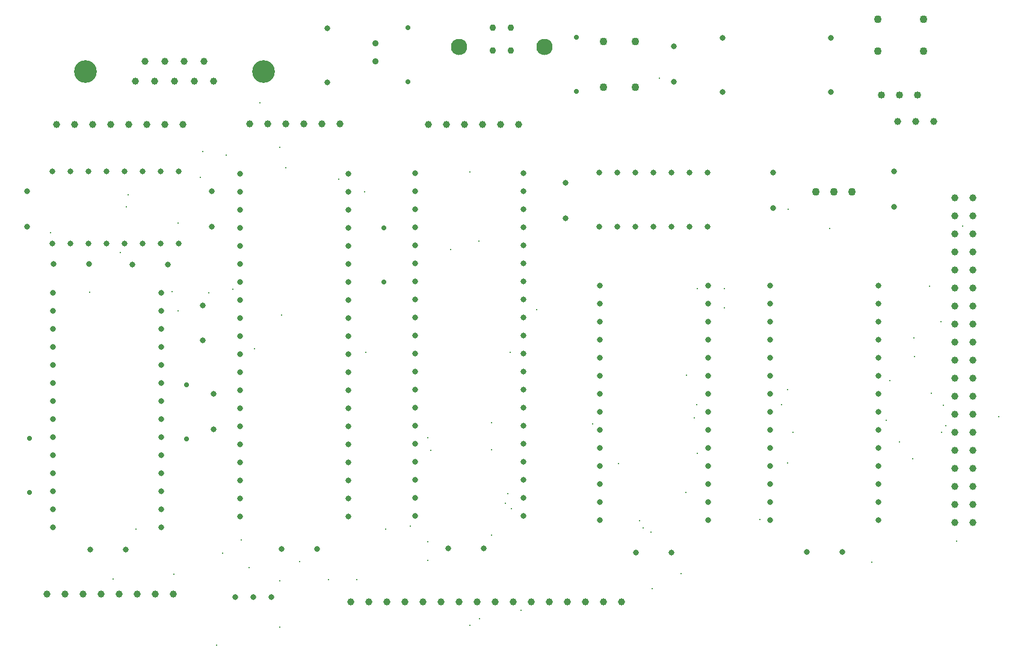
<source format=gbr>
%TF.GenerationSoftware,KiCad,Pcbnew,9.0.2*%
%TF.CreationDate,2025-06-30T00:07:02+01:00*%
%TF.ProjectId,6502pc,36353032-7063-42e6-9b69-6361645f7063,rev?*%
%TF.SameCoordinates,Original*%
%TF.FileFunction,Plated,1,2,PTH,Drill*%
%TF.FilePolarity,Positive*%
%FSLAX46Y46*%
G04 Gerber Fmt 4.6, Leading zero omitted, Abs format (unit mm)*
G04 Created by KiCad (PCBNEW 9.0.2) date 2025-06-30 00:07:02*
%MOMM*%
%LPD*%
G01*
G04 APERTURE LIST*
%TA.AperFunction,ViaDrill*%
%ADD10C,0.300000*%
%TD*%
%TA.AperFunction,ComponentDrill*%
%ADD11C,0.700000*%
%TD*%
%TA.AperFunction,ComponentDrill*%
%ADD12C,0.800000*%
%TD*%
%TA.AperFunction,ComponentDrill*%
%ADD13C,0.900000*%
%TD*%
%TA.AperFunction,ComponentDrill*%
%ADD14C,0.920000*%
%TD*%
%TA.AperFunction,ComponentDrill*%
%ADD15C,1.000000*%
%TD*%
%TA.AperFunction,ComponentDrill*%
%ADD16C,1.016000*%
%TD*%
%TA.AperFunction,ComponentDrill*%
%ADD17C,1.100000*%
%TD*%
%TA.AperFunction,ComponentDrill*%
%ADD18C,2.300000*%
%TD*%
%TA.AperFunction,ComponentDrill*%
%ADD19C,3.200000*%
%TD*%
G04 APERTURE END LIST*
D10*
X26095300Y-64170900D03*
X31586100Y-72612500D03*
X34914800Y-112928600D03*
X35868600Y-66962300D03*
X36728400Y-60553600D03*
X37033200Y-58826400D03*
X38150800Y-105968800D03*
X43199000Y-72514300D03*
X43487700Y-112262400D03*
X44059500Y-62824000D03*
X44070400Y-75181100D03*
X47193200Y-56438800D03*
X47468000Y-52745000D03*
X48365300Y-72637200D03*
X49438500Y-122281400D03*
X50342800Y-109321600D03*
X50850800Y-53238400D03*
X51747300Y-72121800D03*
X52933600Y-107442000D03*
X54045800Y-111345800D03*
X54798900Y-80526900D03*
X55542400Y-45881400D03*
X58363500Y-113199600D03*
X58364700Y-52162200D03*
X58364700Y-119724200D03*
X58592100Y-75810600D03*
X59158600Y-55082300D03*
X61163200Y-110540800D03*
X65176400Y-113080800D03*
X66627400Y-56637000D03*
X69189600Y-113030000D03*
X70266300Y-58412900D03*
X70423400Y-81084900D03*
X73241700Y-105931300D03*
X76682600Y-105550600D03*
X79171900Y-93081700D03*
X79192500Y-107704500D03*
X79192500Y-110335800D03*
X79633000Y-94888500D03*
X82369200Y-66567800D03*
X85143300Y-55682900D03*
X85143300Y-119463400D03*
X86410800Y-65379600D03*
X86421900Y-118527900D03*
X88118700Y-90981900D03*
X88118700Y-94749700D03*
X88118700Y-106819900D03*
X90088200Y-102288800D03*
X90445600Y-100987300D03*
X90800900Y-81039300D03*
X90941200Y-103104800D03*
X92266900Y-117404600D03*
X94482800Y-75061300D03*
X102403200Y-91128300D03*
X106050800Y-96726600D03*
X108946500Y-104751200D03*
X109481800Y-105776800D03*
X110584700Y-106332000D03*
X110794800Y-114300000D03*
X111738500Y-42411100D03*
X114858800Y-112166400D03*
X115486100Y-100743500D03*
X115563800Y-84308100D03*
X116655600Y-90285400D03*
X117026100Y-88401200D03*
X117126900Y-72079600D03*
X117126900Y-95253100D03*
X120902300Y-72079600D03*
X120902300Y-74810400D03*
X125933400Y-104582500D03*
X128980500Y-88406500D03*
X129774300Y-86289500D03*
X129841700Y-96665900D03*
X129912000Y-60925700D03*
X130568200Y-92311000D03*
X135725100Y-63573600D03*
X141675900Y-110594600D03*
X143666100Y-90645600D03*
X144212100Y-85012900D03*
X145526400Y-93689500D03*
X147385500Y-96054500D03*
X147626700Y-79038600D03*
X147708600Y-81671200D03*
X149775800Y-71751100D03*
X150076200Y-86822500D03*
X151414900Y-76767200D03*
X151477000Y-92274400D03*
X151749000Y-88473600D03*
X152060500Y-91369000D03*
X153577500Y-107672900D03*
X154448500Y-63280300D03*
X159528300Y-90144300D03*
D11*
%TO.C,D2*%
X23164800Y-93167200D03*
X23164800Y-100787200D03*
%TO.C,R2*%
X45212000Y-85598000D03*
X45212000Y-93218000D03*
%TO.C,D1*%
X72999600Y-63550800D03*
X72999600Y-71170800D03*
%TO.C,R3*%
X76403200Y-35306000D03*
X76403200Y-42926000D03*
%TO.C,R1*%
X100086800Y-36678000D03*
X100086800Y-44298000D03*
D12*
%TO.C,C4*%
X22809200Y-58358400D03*
X22809200Y-63358400D03*
%TO.C,U5*%
X26365200Y-55524400D03*
X26365200Y-65684400D03*
%TO.C,U4*%
X26466800Y-72644000D03*
X26466800Y-75184000D03*
X26466800Y-77724000D03*
X26466800Y-80264000D03*
X26466800Y-82804000D03*
X26466800Y-85344000D03*
X26466800Y-87884000D03*
X26466800Y-90424000D03*
X26466800Y-92964000D03*
X26466800Y-95504000D03*
X26466800Y-98044000D03*
X26466800Y-100584000D03*
X26466800Y-103124000D03*
X26466800Y-105664000D03*
%TO.C,C5*%
X26506800Y-68580000D03*
%TO.C,U5*%
X28905200Y-55524400D03*
X28905200Y-65684400D03*
X31445200Y-55524400D03*
X31445200Y-65684400D03*
%TO.C,C5*%
X31506800Y-68580000D03*
%TO.C,C11*%
X31637600Y-108813600D03*
%TO.C,U5*%
X33985200Y-55524400D03*
X33985200Y-65684400D03*
X36525200Y-55524400D03*
X36525200Y-65684400D03*
%TO.C,C11*%
X36637600Y-108813600D03*
%TO.C,C6*%
X37632000Y-68681600D03*
%TO.C,U5*%
X39065200Y-55524400D03*
X39065200Y-65684400D03*
X41605200Y-55524400D03*
X41605200Y-65684400D03*
%TO.C,U4*%
X41706800Y-72644000D03*
X41706800Y-75184000D03*
X41706800Y-77724000D03*
X41706800Y-80264000D03*
X41706800Y-82804000D03*
X41706800Y-85344000D03*
X41706800Y-87884000D03*
X41706800Y-90424000D03*
X41706800Y-92964000D03*
X41706800Y-95504000D03*
X41706800Y-98044000D03*
X41706800Y-100584000D03*
X41706800Y-103124000D03*
X41706800Y-105664000D03*
%TO.C,C6*%
X42632000Y-68681600D03*
%TO.C,U5*%
X44145200Y-55524400D03*
X44145200Y-65684400D03*
%TO.C,Y1*%
X47548800Y-74472800D03*
X47548800Y-79372800D03*
%TO.C,C3*%
X48768000Y-58358400D03*
X48768000Y-63358400D03*
%TO.C,C2*%
X49072800Y-86868000D03*
X49072800Y-91868000D03*
%TO.C,RV1*%
X52070000Y-115468400D03*
%TO.C,U7*%
X52730400Y-55930800D03*
X52730400Y-58470800D03*
X52730400Y-61010800D03*
X52730400Y-63550800D03*
X52730400Y-66090800D03*
X52730400Y-68630800D03*
X52730400Y-71170800D03*
X52730400Y-73710800D03*
X52730400Y-76250800D03*
X52730400Y-78790800D03*
X52730400Y-81330800D03*
X52730400Y-83870800D03*
X52730400Y-86410800D03*
X52730400Y-88950800D03*
X52730400Y-91490800D03*
X52730400Y-94030800D03*
X52730400Y-96570800D03*
X52730400Y-99110800D03*
X52730400Y-101650800D03*
X52730400Y-104190800D03*
%TO.C,RV1*%
X54610000Y-115468400D03*
X57150000Y-115468400D03*
%TO.C,C10*%
X58561600Y-108712000D03*
X63561600Y-108712000D03*
%TO.C,SW2*%
X65062300Y-35450100D03*
X65062300Y-43070100D03*
%TO.C,U7*%
X67970400Y-55930800D03*
X67970400Y-58470800D03*
X67970400Y-61010800D03*
X67970400Y-63550800D03*
X67970400Y-66090800D03*
X67970400Y-68630800D03*
X67970400Y-71170800D03*
X67970400Y-73710800D03*
X67970400Y-76250800D03*
X67970400Y-78790800D03*
X67970400Y-81330800D03*
X67970400Y-83870800D03*
X67970400Y-86410800D03*
X67970400Y-88950800D03*
X67970400Y-91490800D03*
X67970400Y-94030800D03*
X67970400Y-96570800D03*
X67970400Y-99110800D03*
X67970400Y-101650800D03*
X67970400Y-104190800D03*
%TO.C,U1*%
X77368400Y-55829200D03*
X77368400Y-58369200D03*
X77368400Y-60909200D03*
X77368400Y-63449200D03*
X77368400Y-65989200D03*
X77368400Y-68529200D03*
X77368400Y-71069200D03*
X77368400Y-73609200D03*
X77368400Y-76149200D03*
X77368400Y-78689200D03*
X77368400Y-81229200D03*
X77368400Y-83769200D03*
X77368400Y-86309200D03*
X77368400Y-88849200D03*
X77368400Y-91389200D03*
X77368400Y-93929200D03*
X77368400Y-96469200D03*
X77368400Y-99009200D03*
X77368400Y-101549200D03*
X77368400Y-104089200D03*
%TO.C,C9*%
X82031200Y-108610400D03*
X87031200Y-108610400D03*
%TO.C,U1*%
X92608400Y-55829200D03*
X92608400Y-58369200D03*
X92608400Y-60909200D03*
X92608400Y-63449200D03*
X92608400Y-65989200D03*
X92608400Y-68529200D03*
X92608400Y-71069200D03*
X92608400Y-73609200D03*
X92608400Y-76149200D03*
X92608400Y-78689200D03*
X92608400Y-81229200D03*
X92608400Y-83769200D03*
X92608400Y-86309200D03*
X92608400Y-88849200D03*
X92608400Y-91389200D03*
X92608400Y-93929200D03*
X92608400Y-96469200D03*
X92608400Y-99009200D03*
X92608400Y-101549200D03*
X92608400Y-104089200D03*
%TO.C,C12*%
X98602800Y-57190000D03*
X98602800Y-62190000D03*
%TO.C,U6*%
X103327200Y-55727600D03*
X103327200Y-63347600D03*
%TO.C,U2*%
X103428800Y-71678800D03*
X103428800Y-74218800D03*
X103428800Y-76758800D03*
X103428800Y-79298800D03*
X103428800Y-81838800D03*
X103428800Y-84378800D03*
X103428800Y-86918800D03*
X103428800Y-89458800D03*
X103428800Y-91998800D03*
X103428800Y-94538800D03*
X103428800Y-97078800D03*
X103428800Y-99618800D03*
X103428800Y-102158800D03*
X103428800Y-104698800D03*
%TO.C,U6*%
X105867200Y-55727600D03*
X105867200Y-63347600D03*
X108407200Y-55727600D03*
X108407200Y-63347600D03*
%TO.C,C8*%
X108447200Y-109220000D03*
%TO.C,U6*%
X110947200Y-55727600D03*
X110947200Y-63347600D03*
%TO.C,C8*%
X113447200Y-109220000D03*
%TO.C,U6*%
X113487200Y-55727600D03*
X113487200Y-63347600D03*
%TO.C,C1*%
X113842800Y-37987600D03*
X113842800Y-42987600D03*
%TO.C,U6*%
X116027200Y-55727600D03*
X116027200Y-63347600D03*
X118567200Y-55727600D03*
X118567200Y-63347600D03*
%TO.C,U2*%
X118668800Y-71678800D03*
X118668800Y-74218800D03*
X118668800Y-76758800D03*
X118668800Y-79298800D03*
X118668800Y-81838800D03*
X118668800Y-84378800D03*
X118668800Y-86918800D03*
X118668800Y-89458800D03*
X118668800Y-91998800D03*
X118668800Y-94538800D03*
X118668800Y-97078800D03*
X118668800Y-99618800D03*
X118668800Y-102158800D03*
X118668800Y-104698800D03*
%TO.C,X1*%
X120700800Y-36779200D03*
X120700800Y-44399200D03*
%TO.C,U3*%
X127355600Y-71678800D03*
X127355600Y-74218800D03*
X127355600Y-76758800D03*
X127355600Y-79298800D03*
X127355600Y-81838800D03*
X127355600Y-84378800D03*
X127355600Y-86918800D03*
X127355600Y-89458800D03*
X127355600Y-91998800D03*
X127355600Y-94538800D03*
X127355600Y-97078800D03*
X127355600Y-99618800D03*
X127355600Y-102158800D03*
X127355600Y-104698800D03*
%TO.C,C13*%
X127762000Y-55716800D03*
X127762000Y-60716800D03*
%TO.C,C7*%
X132475600Y-109169200D03*
%TO.C,X1*%
X135940800Y-36779200D03*
X135940800Y-44399200D03*
%TO.C,C7*%
X137475600Y-109169200D03*
%TO.C,U3*%
X142595600Y-71678800D03*
X142595600Y-74218800D03*
X142595600Y-76758800D03*
X142595600Y-79298800D03*
X142595600Y-81838800D03*
X142595600Y-84378800D03*
X142595600Y-86918800D03*
X142595600Y-89458800D03*
X142595600Y-91998800D03*
X142595600Y-94538800D03*
X142595600Y-97078800D03*
X142595600Y-99618800D03*
X142595600Y-102158800D03*
X142595600Y-104698800D03*
%TO.C,C14*%
X144830800Y-55564400D03*
X144830800Y-60564400D03*
D13*
%TO.C,D3*%
X71780400Y-37490400D03*
X71780400Y-40030400D03*
D14*
%TO.C,J2*%
X88341200Y-35357200D03*
X88341200Y-38557200D03*
X90841200Y-35357200D03*
X90841200Y-38557200D03*
D15*
%TO.C,J3*%
X25552400Y-115062000D03*
%TO.C,J4*%
X26974800Y-48920400D03*
%TO.C,J3*%
X28092400Y-115062000D03*
%TO.C,J4*%
X29514800Y-48920400D03*
%TO.C,J3*%
X30632400Y-115062000D03*
%TO.C,J4*%
X32054800Y-48920400D03*
%TO.C,J3*%
X33172400Y-115062000D03*
%TO.C,J4*%
X34594800Y-48920400D03*
%TO.C,J3*%
X35712400Y-115062000D03*
%TO.C,J4*%
X37134800Y-48920400D03*
%TO.C,J1*%
X37985600Y-42888700D03*
%TO.C,J3*%
X38252400Y-115062000D03*
%TO.C,J1*%
X39370600Y-40048700D03*
%TO.C,J4*%
X39674800Y-48920400D03*
%TO.C,J1*%
X40755600Y-42888700D03*
%TO.C,J3*%
X40792400Y-115062000D03*
%TO.C,J1*%
X42140600Y-40048700D03*
%TO.C,J4*%
X42214800Y-48920400D03*
%TO.C,J3*%
X43332400Y-115062000D03*
%TO.C,J1*%
X43525600Y-42888700D03*
%TO.C,J4*%
X44754800Y-48920400D03*
%TO.C,J1*%
X44910600Y-40048700D03*
X46295600Y-42888700D03*
X47680600Y-40048700D03*
X49065600Y-42888700D03*
%TO.C,J7*%
X54102000Y-48869600D03*
X56642000Y-48869600D03*
X59182000Y-48869600D03*
X61722000Y-48869600D03*
X64262000Y-48869600D03*
X66802000Y-48869600D03*
%TO.C,J5*%
X68376800Y-116179600D03*
X70916800Y-116179600D03*
X73456800Y-116179600D03*
X75996800Y-116179600D03*
X78536800Y-116179600D03*
%TO.C,J6*%
X79298800Y-48971200D03*
%TO.C,J5*%
X81076800Y-116179600D03*
%TO.C,J6*%
X81838800Y-48971200D03*
%TO.C,J5*%
X83616800Y-116179600D03*
%TO.C,J6*%
X84378800Y-48971200D03*
%TO.C,J5*%
X86156800Y-116179600D03*
%TO.C,J6*%
X86918800Y-48971200D03*
%TO.C,J5*%
X88696800Y-116179600D03*
%TO.C,J6*%
X89458800Y-48971200D03*
%TO.C,J5*%
X91236800Y-116179600D03*
%TO.C,J6*%
X91998800Y-48971200D03*
%TO.C,J5*%
X93776800Y-116179600D03*
X96316800Y-116179600D03*
X98856800Y-116179600D03*
X101396800Y-116179600D03*
X103936800Y-116179600D03*
X106476800Y-116179600D03*
%TO.C,JP1*%
X145288000Y-48514000D03*
X147828000Y-48514000D03*
X150368000Y-48514000D03*
%TO.C,J9*%
X153365200Y-59283600D03*
X153365200Y-61823600D03*
X153365200Y-64363600D03*
X153365200Y-66903600D03*
X153365200Y-69443600D03*
X153365200Y-71983600D03*
X153365200Y-74523600D03*
X153365200Y-77063600D03*
X153365200Y-79603600D03*
X153365200Y-82143600D03*
X153365200Y-84683600D03*
X153365200Y-87223600D03*
X153365200Y-89763600D03*
X153365200Y-92303600D03*
X153365200Y-94843600D03*
X153365200Y-97383600D03*
X153365200Y-99923600D03*
X153365200Y-102463600D03*
X153365200Y-105003600D03*
X155905200Y-59283600D03*
X155905200Y-61823600D03*
X155905200Y-64363600D03*
X155905200Y-66903600D03*
X155905200Y-69443600D03*
X155905200Y-71983600D03*
X155905200Y-74523600D03*
X155905200Y-77063600D03*
X155905200Y-79603600D03*
X155905200Y-82143600D03*
X155905200Y-84683600D03*
X155905200Y-87223600D03*
X155905200Y-89763600D03*
X155905200Y-92303600D03*
X155905200Y-94843600D03*
X155905200Y-97383600D03*
X155905200Y-99923600D03*
X155905200Y-102463600D03*
X155905200Y-105003600D03*
D16*
%TO.C,U9*%
X143002000Y-44805600D03*
X145542000Y-44805600D03*
X148082000Y-44805600D03*
D17*
%TO.C,SW1*%
X103867200Y-37236800D03*
X103867200Y-43736800D03*
X108367200Y-37236800D03*
X108367200Y-43736800D03*
%TO.C,U8*%
X133756400Y-58420000D03*
X136296400Y-58420000D03*
X138836400Y-58420000D03*
%TO.C,SW3*%
X142482300Y-34148400D03*
X142482300Y-38648400D03*
X148982300Y-34148400D03*
X148982300Y-38648400D03*
D18*
%TO.C,J2*%
X83571200Y-38067200D03*
X95611200Y-38067200D03*
D19*
%TO.C,J1*%
X31025600Y-41468700D03*
X56025600Y-41468700D03*
M02*

</source>
